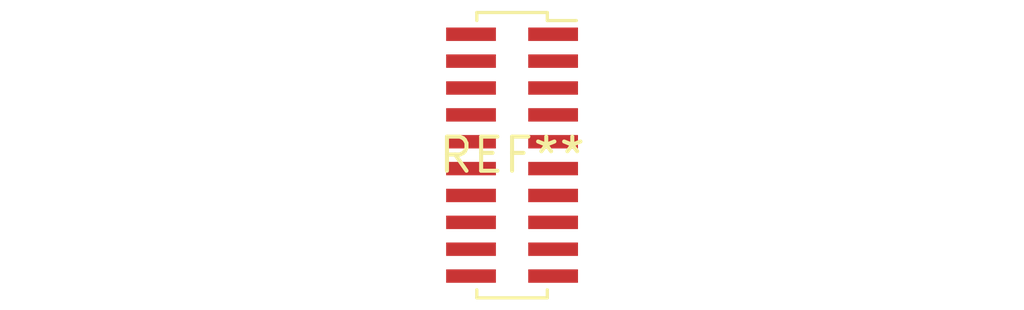
<source format=kicad_pcb>
(kicad_pcb (version 20240108) (generator pcbnew)
  (layers (0 "F.Cu" signal) (31 "B.Cu" signal) (34 "B.Paste" user) (35 "F.Paste" user) (36 "B.SilkS" user "B.Silkscreen") (37 "F.SilkS" user "F.Silkscreen") (38 "B.Mask" user) (39 "F.Mask" user) (44 "Edge.Cuts" user))
  (net 0 "")
  (footprint "PinSocket_2x10_P1.00mm_Vertical_SMD" (layer "F.Cu") (at 0 0)
    (property "Reference" "REF**")
    (property "Value" "PinSocket_2x10_P1.00mm_Vertical_SMD")
    (fp_line (start -1.31 -5.31) (end -1.31 -5.01) (layer "F.SilkS") (stroke (width 0.12)))
    (fp_line (start -1.31 -5.31) (end 1.31 -5.31) (layer "F.SilkS") (stroke (width 0.12)))
    (fp_line (start -1.31 5.01) (end -1.31 5.31) (layer "F.SilkS") (stroke (width 0.12)))
    (fp_line (start -1.31 5.31) (end 1.31 5.31) (layer "F.SilkS") (stroke (width 0.12)))
    (fp_line (start 1.31 -5.31) (end 1.31 -5.01) (layer "F.SilkS") (stroke (width 0.12)))
    (fp_line (start 1.31 -5.01) (end 2.39 -5.01) (layer "F.SilkS") (stroke (width 0.12)))
    (fp_line (start 1.31 5.01) (end 1.31 5.31) (layer "F.SilkS") (stroke (width 0.12)))
    (pad "1" smd rect (at 1.525 -4.5) (size 1.85 0.5) (layers "F.Cu" "F.Paste" "F.Mask"))
    (pad "2" smd rect (at -1.525 -4.5) (size 1.85 0.5) (layers "F.Cu" "F.Paste" "F.Mask"))
    (pad "3" smd rect (at 1.525 -3.5) (size 1.85 0.5) (layers "F.Cu" "F.Paste" "F.Mask"))
    (pad "4" smd rect (at -1.525 -3.5) (size 1.85 0.5) (layers "F.Cu" "F.Paste" "F.Mask"))
    (pad "5" smd rect (at 1.525 -2.5) (size 1.85 0.5) (layers "F.Cu" "F.Paste" "F.Mask"))
    (pad "6" smd rect (at -1.525 -2.5) (size 1.85 0.5) (layers "F.Cu" "F.Paste" "F.Mask"))
    (pad "7" smd rect (at 1.525 -1.5) (size 1.85 0.5) (layers "F.Cu" "F.Paste" "F.Mask"))
    (pad "8" smd rect (at -1.525 -1.5) (size 1.85 0.5) (layers "F.Cu" "F.Paste" "F.Mask"))
    (pad "9" smd rect (at 1.525 -0.5) (size 1.85 0.5) (layers "F.Cu" "F.Paste" "F.Mask"))
    (pad "10" smd rect (at -1.525 -0.5) (size 1.85 0.5) (layers "F.Cu" "F.Paste" "F.Mask"))
    (pad "11" smd rect (at 1.525 0.5) (size 1.85 0.5) (layers "F.Cu" "F.Paste" "F.Mask"))
    (pad "12" smd rect (at -1.525 0.5) (size 1.85 0.5) (layers "F.Cu" "F.Paste" "F.Mask"))
    (pad "13" smd rect (at 1.525 1.5) (size 1.85 0.5) (layers "F.Cu" "F.Paste" "F.Mask"))
    (pad "14" smd rect (at -1.525 1.5) (size 1.85 0.5) (layers "F.Cu" "F.Paste" "F.Mask"))
    (pad "15" smd rect (at 1.525 2.5) (size 1.85 0.5) (layers "F.Cu" "F.Paste" "F.Mask"))
    (pad "16" smd rect (at -1.525 2.5) (size 1.85 0.5) (layers "F.Cu" "F.Paste" "F.Mask"))
    (pad "17" smd rect (at 1.525 3.5) (size 1.85 0.5) (layers "F.Cu" "F.Paste" "F.Mask"))
    (pad "18" smd rect (at -1.525 3.5) (size 1.85 0.5) (layers "F.Cu" "F.Paste" "F.Mask"))
    (pad "19" smd rect (at 1.525 4.5) (size 1.85 0.5) (layers "F.Cu" "F.Paste" "F.Mask"))
    (pad "20" smd rect (at -1.525 4.5) (size 1.85 0.5) (layers "F.Cu" "F.Paste" "F.Mask"))
  )
)
</source>
